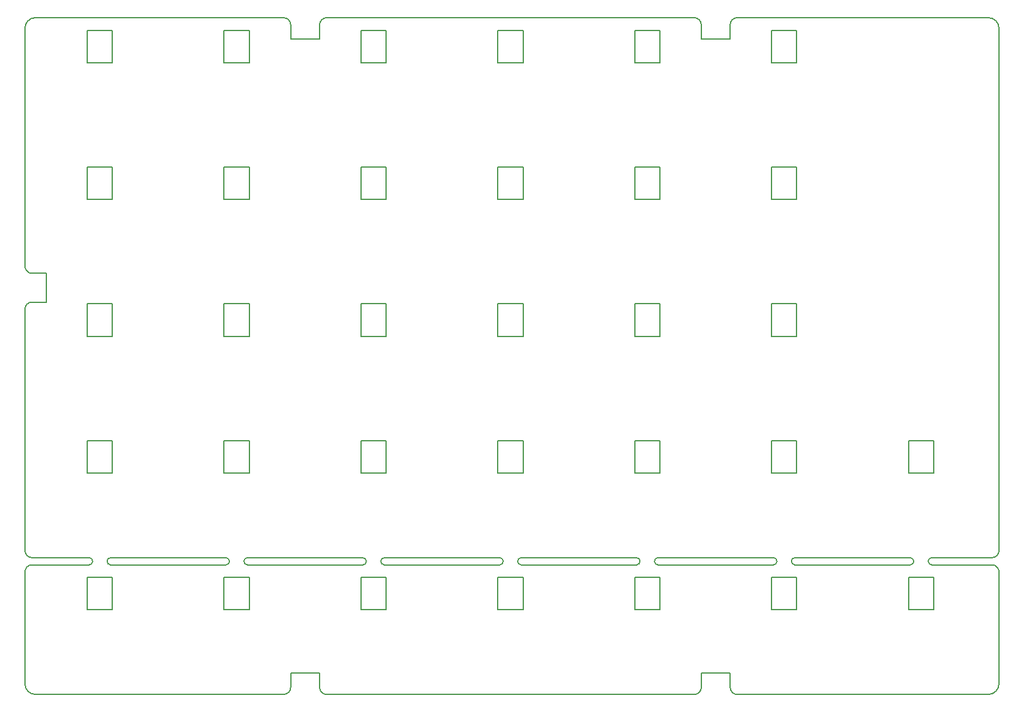
<source format=gbr>
G04 #@! TF.GenerationSoftware,KiCad,Pcbnew,(5.1.10)-1*
G04 #@! TF.CreationDate,2021-12-22T22:10:34+01:00*
G04 #@! TF.ProjectId,helixhschoc,68656c69-7868-4736-9368-6f632e6b6963,rev?*
G04 #@! TF.SameCoordinates,Original*
G04 #@! TF.FileFunction,Profile,NP*
%FSLAX46Y46*%
G04 Gerber Fmt 4.6, Leading zero omitted, Abs format (unit mm)*
G04 Created by KiCad (PCBNEW (5.1.10)-1) date 2021-12-22 22:10:34*
%MOMM*%
%LPD*%
G01*
G04 APERTURE LIST*
G04 #@! TA.AperFunction,Profile*
%ADD10C,0.150000*%
G04 #@! TD*
G04 APERTURE END LIST*
D10*
X123680540Y-53427540D02*
X123680540Y-48927540D01*
X108180540Y-67927540D02*
X108180540Y-72427540D01*
X146180540Y-53427540D02*
X142680540Y-53427540D01*
X142680540Y-48927540D02*
X146180540Y-48927540D01*
X180680540Y-48927540D02*
X184180540Y-48927540D01*
X165180540Y-67927540D02*
X165180540Y-72427540D01*
X123680540Y-72427540D02*
X123680540Y-67927540D01*
X180680540Y-53427540D02*
X180680540Y-48927540D01*
X146180540Y-48927540D02*
X146180540Y-53427540D01*
X161680540Y-48927540D02*
X165180540Y-48927540D01*
X127180540Y-72427540D02*
X123680540Y-72427540D01*
X108180540Y-72427540D02*
X104680540Y-72427540D01*
X165180540Y-48927540D02*
X165180540Y-53427540D01*
X161680540Y-53427540D02*
X161680540Y-48927540D01*
X180680540Y-72427540D02*
X180680540Y-67927540D01*
X123680540Y-67927540D02*
X127180540Y-67927540D01*
X142680540Y-53427540D02*
X142680540Y-48927540D01*
X165180540Y-53427540D02*
X161680540Y-53427540D01*
X161680540Y-72427540D02*
X161680540Y-67927540D01*
X127180540Y-53427540D02*
X123680540Y-53427540D01*
X184180540Y-48927540D02*
X184180540Y-53427540D01*
X142680540Y-67927540D02*
X146180540Y-67927540D01*
X180680540Y-67927540D02*
X184180540Y-67927540D01*
X184180540Y-72427540D02*
X180680540Y-72427540D01*
X85680540Y-53427540D02*
X85680540Y-48927540D01*
X184180540Y-53427540D02*
X180680540Y-53427540D01*
X127180540Y-67927540D02*
X127180540Y-72427540D01*
X146180540Y-72427540D02*
X142680540Y-72427540D01*
X142680540Y-72427540D02*
X142680540Y-67927540D01*
X104680540Y-67927540D02*
X108180540Y-67927540D01*
X123680540Y-48927540D02*
X127180540Y-48927540D01*
X165180540Y-72427540D02*
X161680540Y-72427540D01*
X104680540Y-72427540D02*
X104680540Y-67927540D01*
X146180540Y-67927540D02*
X146180540Y-72427540D01*
X89180540Y-53427540D02*
X85680540Y-53427540D01*
X77029740Y-139684340D02*
G75*
G03*
X78529740Y-141184340I1500000J0D01*
G01*
X184180540Y-67927540D02*
X184180540Y-72427540D01*
X78452140Y-47177540D02*
G75*
G03*
X77029710Y-48649865I50770J-1472325D01*
G01*
X85680540Y-48927540D02*
X89180540Y-48927540D01*
X108180540Y-48927540D02*
X108180540Y-53427540D01*
X89180540Y-48927540D02*
X89180540Y-53427540D01*
X104680540Y-48927540D02*
X108180540Y-48927540D01*
X104680540Y-53427540D02*
X104680540Y-48927540D01*
X108180540Y-53427540D02*
X104680540Y-53427540D01*
X127180540Y-48927540D02*
X127180540Y-53427540D01*
X161680540Y-67927540D02*
X165180540Y-67927540D01*
X145429620Y-122677800D02*
G75*
G03*
X145929620Y-123177800I500000J0D01*
G01*
X107929620Y-122177800D02*
G75*
G03*
X107429620Y-122677800I0J-500000D01*
G01*
X105429620Y-122677800D02*
G75*
G03*
X104929620Y-122177800I-500000J0D01*
G01*
X212261001Y-121132676D02*
G75*
G02*
X211262020Y-122177800I-998981J-45124D01*
G01*
X183429620Y-122677800D02*
G75*
G03*
X183929620Y-123177800I500000J0D01*
G01*
X164429620Y-122677800D02*
G75*
G03*
X164929620Y-123177800I500000J0D01*
G01*
X85929620Y-123177800D02*
G75*
G03*
X86429620Y-122677800I0J500000D01*
G01*
X126929620Y-122177800D02*
G75*
G03*
X126429620Y-122677800I0J-500000D01*
G01*
X164929620Y-122177800D02*
G75*
G03*
X164429620Y-122677800I0J-500000D01*
G01*
X161929620Y-123177800D02*
G75*
G03*
X162429620Y-122677800I0J500000D01*
G01*
X88929620Y-122177800D02*
G75*
G03*
X88429620Y-122677800I0J-500000D01*
G01*
X88429620Y-122677800D02*
G75*
G03*
X88929620Y-123177800I500000J0D01*
G01*
X104929620Y-123177800D02*
G75*
G03*
X105429620Y-122677800I0J500000D01*
G01*
X143429620Y-122677800D02*
G75*
G03*
X142929620Y-122177800I-500000J0D01*
G01*
X123929620Y-123177800D02*
G75*
G03*
X124429620Y-122677800I0J500000D01*
G01*
X183929620Y-122177800D02*
G75*
G03*
X183429620Y-122677800I0J-500000D01*
G01*
X107429620Y-122677800D02*
G75*
G03*
X107929620Y-123177800I500000J0D01*
G01*
X86429620Y-122677800D02*
G75*
G03*
X85929620Y-122177800I-500000J0D01*
G01*
X162429620Y-122677800D02*
G75*
G03*
X161929620Y-122177800I-500000J0D01*
G01*
X145929620Y-122177800D02*
G75*
G03*
X145429620Y-122677800I0J-500000D01*
G01*
X212262020Y-48677540D02*
X212262542Y-121132608D01*
X211262020Y-123177016D02*
G75*
G02*
X212262720Y-124190760I0J-1000784D01*
G01*
X124429620Y-122677800D02*
G75*
G03*
X123929620Y-122177800I-500000J0D01*
G01*
X146180540Y-86927540D02*
X146180540Y-91427540D01*
X165180540Y-86927540D02*
X165180540Y-91427540D01*
X108180540Y-91427540D02*
X104680540Y-91427540D01*
X165180540Y-91427540D02*
X161680540Y-91427540D01*
X108180540Y-86927540D02*
X108180540Y-91427540D01*
X146180540Y-91427540D02*
X142680540Y-91427540D01*
X104680540Y-91427540D02*
X104680540Y-86927540D01*
X123680540Y-91427540D02*
X123680540Y-86927540D01*
X85680540Y-67927540D02*
X89180540Y-67927540D01*
X89180540Y-67927540D02*
X89180540Y-72427540D01*
X89180540Y-72427540D02*
X85680540Y-72427540D01*
X85680540Y-72427540D02*
X85680540Y-67927540D01*
X161680540Y-86927540D02*
X165180540Y-86927540D01*
X85680540Y-86927540D02*
X89180540Y-86927540D01*
X123680540Y-86927540D02*
X127180540Y-86927540D01*
X104680540Y-86927540D02*
X108180540Y-86927540D01*
X127180540Y-86927540D02*
X127180540Y-91427540D01*
X127180540Y-91427540D02*
X123680540Y-91427540D01*
X142680540Y-91427540D02*
X142680540Y-86927540D01*
X142680540Y-86927540D02*
X146180540Y-86927540D01*
X89180540Y-86927540D02*
X89180540Y-91427540D01*
X85680540Y-91427540D02*
X85680540Y-86927540D01*
X89180540Y-91427540D02*
X85680540Y-91427540D01*
X165180540Y-110427540D02*
X161680540Y-110427540D01*
X142680540Y-105927540D02*
X146180540Y-105927540D01*
X142680540Y-110427540D02*
X142680540Y-105927540D01*
X127180540Y-105927540D02*
X127180540Y-110427540D01*
X146180540Y-105927540D02*
X146180540Y-110427540D01*
X146180540Y-110427540D02*
X142680540Y-110427540D01*
X161680540Y-91427540D02*
X161680540Y-86927540D01*
X184180540Y-91427540D02*
X180680540Y-91427540D01*
X199680540Y-105927540D02*
X203180540Y-105927540D01*
X161680540Y-110427540D02*
X161680540Y-105927540D01*
X180680540Y-86927540D02*
X184180540Y-86927540D01*
X184180540Y-86927540D02*
X184180540Y-91427540D01*
X184180540Y-110427540D02*
X180680540Y-110427540D01*
X180680540Y-91427540D02*
X180680540Y-86927540D01*
X161680540Y-105927540D02*
X165180540Y-105927540D01*
X180680540Y-110427540D02*
X180680540Y-105927540D01*
X203180540Y-110427540D02*
X199680540Y-110427540D01*
X180680540Y-105927540D02*
X184180540Y-105927540D01*
X123680540Y-105927540D02*
X127180540Y-105927540D01*
X199680540Y-110427540D02*
X199680540Y-105927540D01*
X184180540Y-105927540D02*
X184180540Y-110427540D01*
X203180540Y-105927540D02*
X203180540Y-110427540D01*
X165180540Y-105927540D02*
X165180540Y-110427540D01*
X104680540Y-124927540D02*
X108180540Y-124927540D01*
X85680540Y-129427540D02*
X85680540Y-124927540D01*
X104680540Y-129427540D02*
X104680540Y-124927540D01*
X123680540Y-129427540D02*
X123680540Y-124927540D01*
X104680540Y-110427540D02*
X104680540Y-105927540D01*
X127180540Y-110427540D02*
X123680540Y-110427540D01*
X108180540Y-105927540D02*
X108180540Y-110427540D01*
X108180540Y-110427540D02*
X104680540Y-110427540D01*
X89180540Y-105927540D02*
X89180540Y-110427540D01*
X123680540Y-124927540D02*
X127180540Y-124927540D01*
X142680540Y-124927540D02*
X146180540Y-124927540D01*
X123680540Y-110427540D02*
X123680540Y-105927540D01*
X108180540Y-124927540D02*
X108180540Y-129427540D01*
X108180540Y-129427540D02*
X104680540Y-129427540D01*
X85680540Y-105927540D02*
X89180540Y-105927540D01*
X89180540Y-110427540D02*
X85680540Y-110427540D01*
X89180540Y-124927540D02*
X89180540Y-129427540D01*
X127180540Y-129427540D02*
X123680540Y-129427540D01*
X85680540Y-124927540D02*
X89180540Y-124927540D01*
X127180540Y-124927540D02*
X127180540Y-129427540D01*
X85680540Y-110427540D02*
X85680540Y-105927540D01*
X104680540Y-105927540D02*
X108180540Y-105927540D01*
X89180540Y-129427540D02*
X85680540Y-129427540D01*
X146180540Y-124927540D02*
X146180540Y-129427540D01*
X165180540Y-129427540D02*
X161680540Y-129427540D01*
X161680540Y-129427540D02*
X161680540Y-124927540D01*
X199680540Y-129427540D02*
X199680540Y-124927540D01*
X170930540Y-50177540D02*
X174930540Y-50177540D01*
X184180540Y-124927540D02*
X184180540Y-129427540D01*
X203180540Y-129427540D02*
X199680540Y-129427540D01*
X180680540Y-124927540D02*
X184180540Y-124927540D01*
X180680540Y-129427540D02*
X180680540Y-124927540D01*
X170930540Y-138177540D02*
X174930540Y-138177540D01*
X142680540Y-129427540D02*
X142680540Y-124927540D01*
X161680540Y-124927540D02*
X165180540Y-124927540D01*
X112930540Y-47177540D02*
X78452140Y-47177540D01*
X184180540Y-129427540D02*
X180680540Y-129427540D01*
X203180540Y-124927540D02*
X203180540Y-129427540D01*
X113930540Y-50177540D02*
X117930540Y-50177540D01*
X113930540Y-48177540D02*
X113930540Y-50177540D01*
X199680540Y-124927540D02*
X203180540Y-124927540D01*
X80029740Y-82683440D02*
X80029740Y-86677840D01*
X165180540Y-124927540D02*
X165180540Y-129427540D01*
X113930540Y-138177540D02*
X117930540Y-138177540D01*
X146180540Y-129427540D02*
X142680540Y-129427540D01*
X113930540Y-48177540D02*
G75*
G03*
X112930540Y-47177540I-1000000J0D01*
G01*
X174930540Y-48177540D02*
X174930540Y-50177540D01*
X112930540Y-141177540D02*
G75*
G03*
X113930540Y-140177540I0J1000000D01*
G01*
X118930540Y-141177540D02*
X169930540Y-141177540D01*
X174930540Y-140177540D02*
G75*
G03*
X175930540Y-141177540I1000000J0D01*
G01*
X77029740Y-81683440D02*
G75*
G03*
X78029740Y-82683440I1000000J0D01*
G01*
X78029740Y-86677840D02*
G75*
G03*
X77029740Y-87677840I0J-1000000D01*
G01*
X117930540Y-138177540D02*
X117930540Y-140177540D01*
X117930540Y-140177540D02*
G75*
G03*
X118930540Y-141177540I1000000J0D01*
G01*
X78029740Y-82683440D02*
X80029740Y-82683440D01*
X174930540Y-138177540D02*
X174930540Y-140177540D01*
X175930540Y-141177540D02*
X210762020Y-141177540D01*
X113930540Y-138177540D02*
X113930540Y-140177540D01*
X169930540Y-141177540D02*
G75*
G03*
X170930540Y-140177540I0J1000000D01*
G01*
X118930540Y-47177540D02*
X169930540Y-47177540D01*
X118930540Y-47177540D02*
G75*
G03*
X117930540Y-48177540I0J-1000000D01*
G01*
X170930540Y-140177540D02*
X170930540Y-138177540D01*
X77029740Y-137195140D02*
X77029740Y-139684340D01*
X80029740Y-86677840D02*
X78029740Y-86677840D01*
X117930540Y-50177540D02*
X117930540Y-48177540D01*
X170930540Y-48177540D02*
G75*
G03*
X169930540Y-47177540I-1000000J0D01*
G01*
X170930540Y-48177540D02*
X170930540Y-50177540D01*
X175930540Y-47177540D02*
G75*
G03*
X174930540Y-48177540I0J-1000000D01*
G01*
X112930540Y-141177540D02*
X78529740Y-141184340D01*
X77029740Y-59013940D02*
X77029740Y-81683440D01*
X175930540Y-47177540D02*
X210762020Y-47177540D01*
X212262020Y-139677540D02*
G75*
G02*
X210762020Y-141177540I-1500000J0D01*
G01*
X183929620Y-122177800D02*
X199929620Y-122177800D01*
X210762020Y-47177540D02*
G75*
G02*
X212262020Y-48677540I0J-1500000D01*
G01*
X77029740Y-59013940D02*
X77029710Y-48649865D01*
X123929620Y-123177800D02*
X107929620Y-123177800D01*
X145929620Y-122177800D02*
X161929620Y-122177800D01*
X142929620Y-123177800D02*
G75*
G03*
X143429620Y-122677800I0J500000D01*
G01*
X164929620Y-122177800D02*
X180929620Y-122177800D01*
X211262020Y-123177800D02*
X202929620Y-123177800D01*
X202929620Y-122177800D02*
X211262020Y-122177800D01*
X126429620Y-122677800D02*
G75*
G03*
X126929620Y-123177800I500000J0D01*
G01*
X161929620Y-123177800D02*
X145929620Y-123177800D01*
X199929620Y-123177800D02*
G75*
G03*
X200429620Y-122677800I0J500000D01*
G01*
X199929620Y-123177800D02*
X183929620Y-123177800D01*
X202429620Y-122677800D02*
G75*
G03*
X202929620Y-123177800I500000J0D01*
G01*
X126929620Y-122177800D02*
X142929620Y-122177800D01*
X202929620Y-122177800D02*
G75*
G03*
X202429620Y-122677800I0J-500000D01*
G01*
X78029740Y-122177800D02*
X85929620Y-122177800D01*
X200429620Y-122677800D02*
G75*
G03*
X199929620Y-122177800I-500000J0D01*
G01*
X180929620Y-123177800D02*
X164929620Y-123177800D01*
X88929620Y-122177800D02*
X104929620Y-122177800D01*
X181429620Y-122677800D02*
G75*
G03*
X180929620Y-122177800I-500000J0D01*
G01*
X107929620Y-122177800D02*
X123929620Y-122177800D01*
X88929620Y-123177800D02*
X104929620Y-123177800D01*
X85929620Y-123177800D02*
X78029740Y-123177800D01*
X142929620Y-123177800D02*
X126929620Y-123177800D01*
X180929620Y-123177800D02*
G75*
G03*
X181429620Y-122677800I0J500000D01*
G01*
X212262020Y-139677540D02*
X212262720Y-124190760D01*
X77029740Y-137195140D02*
X77030580Y-124216160D01*
X78029740Y-122177800D02*
G75*
G02*
X77029740Y-121177800I0J1000000D01*
G01*
X77029740Y-121177800D02*
X77029740Y-87677840D01*
X77030581Y-124216160D02*
G75*
G02*
X78025765Y-123177837I994244J43143D01*
G01*
M02*

</source>
